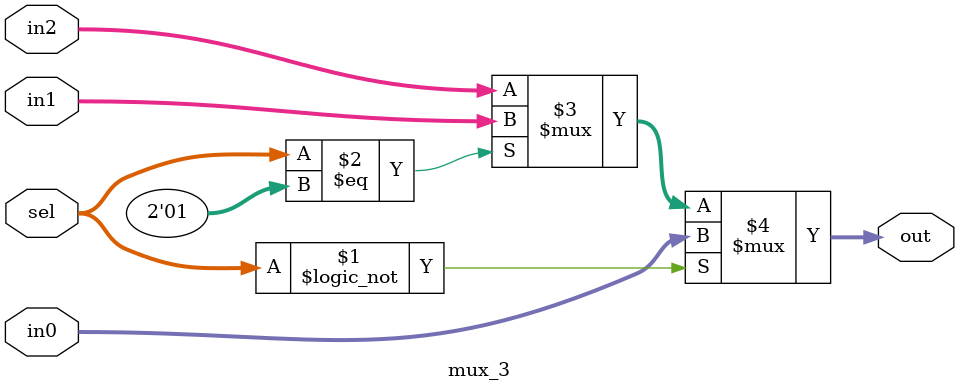
<source format=v>
`timescale 1ns / 1ps
module mux_3(
    input [31:0] in0,
    input [31:0] in1,
    input [31:0] in2,
    input [1:0] sel,
    output [31:0] out
    );
	 
	 assign out = (sel == 2'b00) ? in0 :
					  (sel == 2'b01) ? in1 :
											 in2 ;
									
endmodule

</source>
